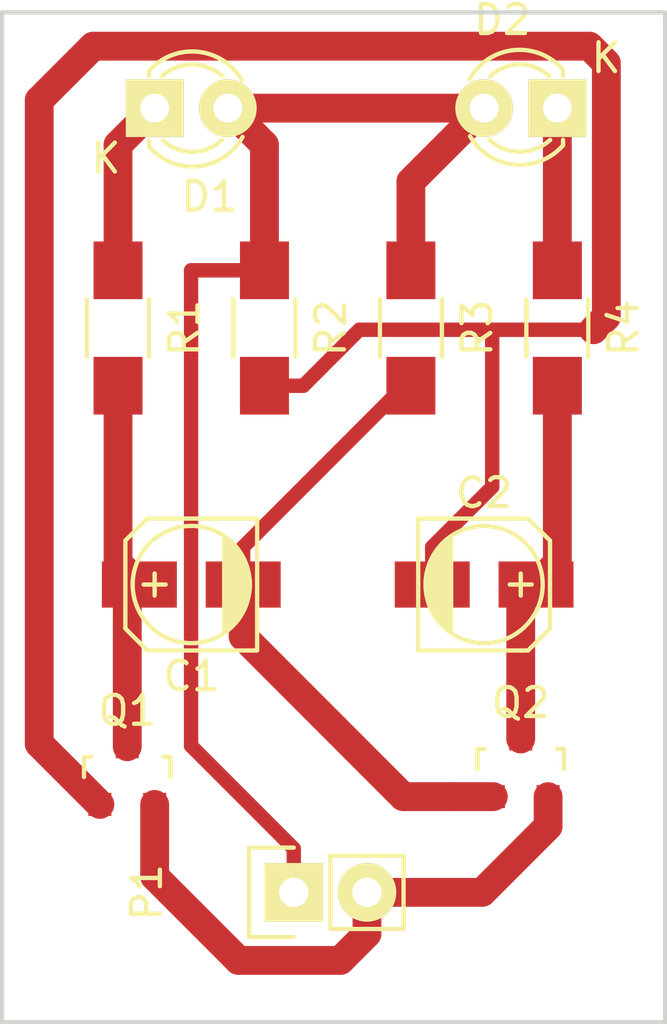
<source format=kicad_pcb>
(kicad_pcb (version 20160815) (host pcbnew 201609271021+7251~55~ubuntu16.04.1-)

  (general
    (links 16)
    (no_connects 0)
    (area 28.924999 16.924999 52.075001 52.075001)
    (thickness 1.6)
    (drawings 4)
    (tracks 50)
    (zones 0)
    (modules 11)
    (nets 9)
  )

  (page A4)
  (layers
    (0 F.Cu signal)
    (31 B.Cu signal)
    (32 B.Adhes user)
    (33 F.Adhes user)
    (34 B.Paste user)
    (35 F.Paste user)
    (36 B.SilkS user)
    (37 F.SilkS user hide)
    (38 B.Mask user hide)
    (39 F.Mask user hide)
    (40 Dwgs.User user)
    (41 Cmts.User user)
    (42 Eco1.User user)
    (43 Eco2.User user)
    (44 Edge.Cuts user)
    (45 Margin user)
    (46 B.CrtYd user)
    (47 F.CrtYd user)
    (48 B.Fab user)
    (49 F.Fab user)
  )

  (setup
    (last_trace_width 0.25)
    (user_trace_width 0.5)
    (user_trace_width 1)
    (trace_clearance 0.2)
    (zone_clearance 0.508)
    (zone_45_only no)
    (trace_min 0.2)
    (segment_width 0.2)
    (edge_width 0.15)
    (via_size 0.6)
    (via_drill 0.4)
    (via_min_size 0.4)
    (via_min_drill 0.3)
    (uvia_size 0.3)
    (uvia_drill 0.1)
    (uvias_allowed no)
    (uvia_min_size 0.2)
    (uvia_min_drill 0.1)
    (pcb_text_width 0.3)
    (pcb_text_size 1.5 1.5)
    (mod_edge_width 0.15)
    (mod_text_size 1 1)
    (mod_text_width 0.15)
    (pad_size 2 2)
    (pad_drill 0)
    (pad_to_mask_clearance 0.2)
    (aux_axis_origin 0 0)
    (grid_origin 28 53)
    (visible_elements FFFFFFFF)
    (pcbplotparams
      (layerselection 0x00030_ffffffff)
      (usegerberextensions false)
      (excludeedgelayer true)
      (linewidth 0.100000)
      (plotframeref false)
      (viasonmask false)
      (mode 1)
      (useauxorigin true)
      (hpglpennumber 1)
      (hpglpenspeed 20)
      (hpglpendiameter 15)
      (psnegative false)
      (psa4output false)
      (plotreference true)
      (plotvalue true)
      (plotinvisibletext false)
      (padsonsilk false)
      (subtractmaskfromsilk false)
      (outputformat 1)
      (mirror false)
      (drillshape 0)
      (scaleselection 1)
      (outputdirectory gerber/))
  )

  (net 0 "")
  (net 1 "Net-(C2-Pad2)")
  (net 2 GND)
  (net 3 "Net-(C1-Pad1)")
  (net 4 "Net-(C1-Pad2)")
  (net 5 "Net-(C2-Pad1)")
  (net 6 "Net-(D1-Pad1)")
  (net 7 PWR)
  (net 8 "Net-(D2-Pad1)")

  (net_class Default "This is the default net class."
    (clearance 0.2)
    (trace_width 0.25)
    (via_dia 0.6)
    (via_drill 0.4)
    (uvia_dia 0.3)
    (uvia_drill 0.1)
    (diff_pair_gap 0.25)
    (diff_pair_width 0.2)
    (add_net GND)
    (add_net "Net-(C1-Pad1)")
    (add_net "Net-(C1-Pad2)")
    (add_net "Net-(C2-Pad1)")
    (add_net "Net-(C2-Pad2)")
    (add_net "Net-(D1-Pad1)")
    (add_net "Net-(D2-Pad1)")
    (add_net PWR)
  )

  (module Capacitors_SMD:c_elec_4x4.5 (layer F.Cu) (tedit 57EB4FF5) (tstamp 57E7EBD4)
    (at 35.56 36.83 180)
    (descr "SMT capacitor, aluminium electrolytic, 4x4.5")
    (path /57E7E991)
    (attr smd)
    (fp_text reference C1 (at 0 -3.175 180) (layer F.SilkS)
      (effects (font (size 1 1) (thickness 0.15)))
    )
    (fp_text value 10u (at 0 1.83 180) (layer F.Fab)
      (effects (font (size 1 1) (thickness 0.15)))
    )
    (fp_line (start -3.35 2.65) (end 3.35 2.65) (layer F.CrtYd) (width 0.05))
    (fp_line (start 3.35 -2.65) (end -3.35 -2.65) (layer F.CrtYd) (width 0.05))
    (fp_line (start -3.35 -2.65) (end -3.35 2.65) (layer F.CrtYd) (width 0.05))
    (fp_line (start 3.35 2.65) (end 3.35 -2.65) (layer F.CrtYd) (width 0.05))
    (fp_line (start 1.651 0) (end 0.889 0) (layer F.SilkS) (width 0.15))
    (fp_line (start 1.27 -0.381) (end 1.27 0.381) (layer F.SilkS) (width 0.15))
    (fp_line (start 1.524 2.286) (end -2.286 2.286) (layer F.SilkS) (width 0.15))
    (fp_line (start 2.286 -1.524) (end 2.286 1.524) (layer F.SilkS) (width 0.15))
    (fp_line (start 1.524 2.286) (end 2.286 1.524) (layer F.SilkS) (width 0.15))
    (fp_line (start 1.524 -2.286) (end -2.286 -2.286) (layer F.SilkS) (width 0.15))
    (fp_line (start 1.524 -2.286) (end 2.286 -1.524) (layer F.SilkS) (width 0.15))
    (fp_line (start -2.032 0.127) (end -2.032 -0.127) (layer F.SilkS) (width 0.15))
    (fp_line (start -1.905 -0.635) (end -1.905 0.635) (layer F.SilkS) (width 0.15))
    (fp_line (start -1.778 0.889) (end -1.778 -0.889) (layer F.SilkS) (width 0.15))
    (fp_line (start -1.651 1.143) (end -1.651 -1.143) (layer F.SilkS) (width 0.15))
    (fp_line (start -1.524 -1.27) (end -1.524 1.27) (layer F.SilkS) (width 0.15))
    (fp_line (start -1.397 1.397) (end -1.397 -1.397) (layer F.SilkS) (width 0.15))
    (fp_line (start -1.27 -1.524) (end -1.27 1.524) (layer F.SilkS) (width 0.15))
    (fp_line (start -1.143 -1.651) (end -1.143 1.651) (layer F.SilkS) (width 0.15))
    (fp_line (start -2.286 -2.286) (end -2.286 2.286) (layer F.SilkS) (width 0.15))
    (fp_circle (center 0 0) (end -2.032 0) (layer F.SilkS) (width 0.15))
    (pad 1 smd rect (at 1.80086 0 180) (size 2.60096 1.6002) (layers F.Cu F.Paste F.Mask)
      (net 3 "Net-(C1-Pad1)"))
    (pad 2 smd rect (at -1.80086 0 180) (size 2.60096 1.6002) (layers F.Cu F.Paste F.Mask)
      (net 4 "Net-(C1-Pad2)"))
    (model Capacitors_SMD.3dshapes/c_elec_4x4.5.wrl
      (at (xyz 0 0 0))
      (scale (xyz 1 1 1))
      (rotate (xyz 0 0 0))
    )
  )

  (module Capacitors_SMD:c_elec_4x4.5 (layer F.Cu) (tedit 57EB4FF5) (tstamp 57E7EBDA)
    (at 45.72 36.83)
    (descr "SMT capacitor, aluminium electrolytic, 4x4.5")
    (path /57E7EA3F)
    (attr smd)
    (fp_text reference C2 (at 0 -3.175) (layer F.SilkS)
      (effects (font (size 1 1) (thickness 0.15)))
    )
    (fp_text value 10u (at 0 -1.83) (layer F.Fab)
      (effects (font (size 1 1) (thickness 0.15)))
    )
    (fp_line (start -3.35 2.65) (end 3.35 2.65) (layer F.CrtYd) (width 0.05))
    (fp_line (start 3.35 -2.65) (end -3.35 -2.65) (layer F.CrtYd) (width 0.05))
    (fp_line (start -3.35 -2.65) (end -3.35 2.65) (layer F.CrtYd) (width 0.05))
    (fp_line (start 3.35 2.65) (end 3.35 -2.65) (layer F.CrtYd) (width 0.05))
    (fp_line (start 1.651 0) (end 0.889 0) (layer F.SilkS) (width 0.15))
    (fp_line (start 1.27 -0.381) (end 1.27 0.381) (layer F.SilkS) (width 0.15))
    (fp_line (start 1.524 2.286) (end -2.286 2.286) (layer F.SilkS) (width 0.15))
    (fp_line (start 2.286 -1.524) (end 2.286 1.524) (layer F.SilkS) (width 0.15))
    (fp_line (start 1.524 2.286) (end 2.286 1.524) (layer F.SilkS) (width 0.15))
    (fp_line (start 1.524 -2.286) (end -2.286 -2.286) (layer F.SilkS) (width 0.15))
    (fp_line (start 1.524 -2.286) (end 2.286 -1.524) (layer F.SilkS) (width 0.15))
    (fp_line (start -2.032 0.127) (end -2.032 -0.127) (layer F.SilkS) (width 0.15))
    (fp_line (start -1.905 -0.635) (end -1.905 0.635) (layer F.SilkS) (width 0.15))
    (fp_line (start -1.778 0.889) (end -1.778 -0.889) (layer F.SilkS) (width 0.15))
    (fp_line (start -1.651 1.143) (end -1.651 -1.143) (layer F.SilkS) (width 0.15))
    (fp_line (start -1.524 -1.27) (end -1.524 1.27) (layer F.SilkS) (width 0.15))
    (fp_line (start -1.397 1.397) (end -1.397 -1.397) (layer F.SilkS) (width 0.15))
    (fp_line (start -1.27 -1.524) (end -1.27 1.524) (layer F.SilkS) (width 0.15))
    (fp_line (start -1.143 -1.651) (end -1.143 1.651) (layer F.SilkS) (width 0.15))
    (fp_line (start -2.286 -2.286) (end -2.286 2.286) (layer F.SilkS) (width 0.15))
    (fp_circle (center 0 0) (end -2.032 0) (layer F.SilkS) (width 0.15))
    (pad 1 smd rect (at 1.80086 0) (size 2.60096 1.6002) (layers F.Cu F.Paste F.Mask)
      (net 5 "Net-(C2-Pad1)"))
    (pad 2 smd rect (at -1.80086 0) (size 2.60096 1.6002) (layers F.Cu F.Paste F.Mask)
      (net 1 "Net-(C2-Pad2)"))
    (model Capacitors_SMD.3dshapes/c_elec_4x4.5.wrl
      (at (xyz 0 0 0))
      (scale (xyz 1 1 1))
      (rotate (xyz 0 0 0))
    )
  )

  (module LEDs:LED-3MM (layer F.Cu) (tedit 57EB4FF5) (tstamp 57E7EBE0)
    (at 34.29 20.32)
    (descr "LED 3mm round vertical")
    (tags "LED  3mm round vertical")
    (path /57E7E868)
    (fp_text reference D1 (at 1.91 3.06) (layer F.SilkS)
      (effects (font (size 1 1) (thickness 0.15)))
    )
    (fp_text value LED (at 1.3 -2.9) (layer F.Fab)
      (effects (font (size 1 1) (thickness 0.15)))
    )
    (fp_line (start -1.2 2.3) (end 3.8 2.3) (layer F.CrtYd) (width 0.05))
    (fp_line (start 3.8 2.3) (end 3.8 -2.2) (layer F.CrtYd) (width 0.05))
    (fp_line (start 3.8 -2.2) (end -1.2 -2.2) (layer F.CrtYd) (width 0.05))
    (fp_line (start -1.2 -2.2) (end -1.2 2.3) (layer F.CrtYd) (width 0.05))
    (fp_line (start -0.199 1.314) (end -0.199 1.114) (layer F.SilkS) (width 0.15))
    (fp_line (start -0.199 -1.28) (end -0.199 -1.1) (layer F.SilkS) (width 0.15))
    (fp_arc (start 1.301 0.034) (end -0.199 -1.286) (angle 108.5) (layer F.SilkS) (width 0.15))
    (fp_arc (start 1.301 0.034) (end 0.25 -1.1) (angle 85.7) (layer F.SilkS) (width 0.15))
    (fp_arc (start 1.311 0.034) (end 3.051 0.994) (angle 110) (layer F.SilkS) (width 0.15))
    (fp_arc (start 1.301 0.034) (end 2.335 1.094) (angle 87.5) (layer F.SilkS) (width 0.15))
    (fp_text user K (at -1.69 1.74) (layer F.SilkS)
      (effects (font (size 1 1) (thickness 0.15)))
    )
    (pad 1 thru_hole rect (at 0 0 90) (size 2 2) (drill 1.00076) (layers *.Cu *.Mask F.SilkS)
      (net 6 "Net-(D1-Pad1)"))
    (pad 2 thru_hole circle (at 2.54 0) (size 2 2) (drill 1.00076) (layers *.Cu *.Mask F.SilkS)
      (net 7 PWR))
    (model LEDs.3dshapes/LED-3MM.wrl
      (at (xyz 0.05 0 0))
      (scale (xyz 1 1 1))
      (rotate (xyz 0 0 90))
    )
  )

  (module LEDs:LED-3MM (layer F.Cu) (tedit 57EB4FF5) (tstamp 57E7EBE6)
    (at 48.26 20.32 180)
    (descr "LED 3mm round vertical")
    (tags "LED  3mm round vertical")
    (path /57E7E951)
    (fp_text reference D2 (at 1.91 3.06 180) (layer F.SilkS)
      (effects (font (size 1 1) (thickness 0.15)))
    )
    (fp_text value LED (at 1.3 -2.9 180) (layer F.Fab)
      (effects (font (size 1 1) (thickness 0.15)))
    )
    (fp_line (start -1.2 2.3) (end 3.8 2.3) (layer F.CrtYd) (width 0.05))
    (fp_line (start 3.8 2.3) (end 3.8 -2.2) (layer F.CrtYd) (width 0.05))
    (fp_line (start 3.8 -2.2) (end -1.2 -2.2) (layer F.CrtYd) (width 0.05))
    (fp_line (start -1.2 -2.2) (end -1.2 2.3) (layer F.CrtYd) (width 0.05))
    (fp_line (start -0.199 1.314) (end -0.199 1.114) (layer F.SilkS) (width 0.15))
    (fp_line (start -0.199 -1.28) (end -0.199 -1.1) (layer F.SilkS) (width 0.15))
    (fp_arc (start 1.301 0.034) (end -0.199 -1.286) (angle 108.5) (layer F.SilkS) (width 0.15))
    (fp_arc (start 1.301 0.034) (end 0.25 -1.1) (angle 85.7) (layer F.SilkS) (width 0.15))
    (fp_arc (start 1.311 0.034) (end 3.051 0.994) (angle 110) (layer F.SilkS) (width 0.15))
    (fp_arc (start 1.301 0.034) (end 2.335 1.094) (angle 87.5) (layer F.SilkS) (width 0.15))
    (fp_text user K (at -1.69 1.74 180) (layer F.SilkS)
      (effects (font (size 1 1) (thickness 0.15)))
    )
    (pad 1 thru_hole rect (at 0 0 270) (size 2 2) (drill 1.00076) (layers *.Cu *.Mask F.SilkS)
      (net 8 "Net-(D2-Pad1)"))
    (pad 2 thru_hole circle (at 2.54 0 180) (size 2 2) (drill 1.00076) (layers *.Cu *.Mask F.SilkS)
      (net 7 PWR))
    (model LEDs.3dshapes/LED-3MM.wrl
      (at (xyz 0.05 0 0))
      (scale (xyz 1 1 1))
      (rotate (xyz 0 0 90))
    )
  )

  (module Pin_Headers:Pin_Header_Straight_1x02 (layer F.Cu) (tedit 57EB4FF5) (tstamp 57E7EBEC)
    (at 39.116 47.498 90)
    (descr "Through hole pin header")
    (tags "pin header")
    (path /57E7FB67)
    (fp_text reference P1 (at 0 -5.1 90) (layer F.SilkS)
      (effects (font (size 1 1) (thickness 0.15)))
    )
    (fp_text value POWER (at 0 -3.1 90) (layer F.Fab)
      (effects (font (size 1 1) (thickness 0.15)))
    )
    (fp_line (start 1.27 1.27) (end 1.27 3.81) (layer F.SilkS) (width 0.15))
    (fp_line (start 1.55 -1.55) (end 1.55 0) (layer F.SilkS) (width 0.15))
    (fp_line (start -1.75 -1.75) (end -1.75 4.3) (layer F.CrtYd) (width 0.05))
    (fp_line (start 1.75 -1.75) (end 1.75 4.3) (layer F.CrtYd) (width 0.05))
    (fp_line (start -1.75 -1.75) (end 1.75 -1.75) (layer F.CrtYd) (width 0.05))
    (fp_line (start -1.75 4.3) (end 1.75 4.3) (layer F.CrtYd) (width 0.05))
    (fp_line (start 1.27 1.27) (end -1.27 1.27) (layer F.SilkS) (width 0.15))
    (fp_line (start -1.55 0) (end -1.55 -1.55) (layer F.SilkS) (width 0.15))
    (fp_line (start -1.55 -1.55) (end 1.55 -1.55) (layer F.SilkS) (width 0.15))
    (fp_line (start -1.27 1.27) (end -1.27 3.81) (layer F.SilkS) (width 0.15))
    (fp_line (start -1.27 3.81) (end 1.27 3.81) (layer F.SilkS) (width 0.15))
    (pad 1 thru_hole rect (at 0 0 90) (size 2.032 2.032) (drill 1.016) (layers *.Cu *.Mask F.SilkS)
      (net 7 PWR))
    (pad 2 thru_hole oval (at 0 2.54 90) (size 2.032 2.032) (drill 1.016) (layers *.Cu *.Mask F.SilkS)
      (net 2 GND))
    (model Pin_Headers.3dshapes/Pin_Header_Straight_1x02.wrl
      (at (xyz 0 -0.05 0))
      (scale (xyz 1 1 1))
      (rotate (xyz 0 0 90))
    )
  )

  (module Resistors_SMD:R_1206_HandSoldering (layer F.Cu) (tedit 57EB4FF5) (tstamp 57E7EBF2)
    (at 33.02 27.94 270)
    (descr "Resistor SMD 1206, hand soldering")
    (tags "resistor 1206")
    (path /57E7E6F3)
    (attr smd)
    (fp_text reference R1 (at 0 -2.3 270) (layer F.SilkS)
      (effects (font (size 1 1) (thickness 0.15)))
    )
    (fp_text value 470 (at 0 0.02 270) (layer F.Fab)
      (effects (font (size 1 1) (thickness 0.15)))
    )
    (fp_line (start -3.3 -1.2) (end 3.3 -1.2) (layer F.CrtYd) (width 0.05))
    (fp_line (start -3.3 1.2) (end 3.3 1.2) (layer F.CrtYd) (width 0.05))
    (fp_line (start -3.3 -1.2) (end -3.3 1.2) (layer F.CrtYd) (width 0.05))
    (fp_line (start 3.3 -1.2) (end 3.3 1.2) (layer F.CrtYd) (width 0.05))
    (fp_line (start 1 1.075) (end -1 1.075) (layer F.SilkS) (width 0.15))
    (fp_line (start -1 -1.075) (end 1 -1.075) (layer F.SilkS) (width 0.15))
    (pad 1 smd rect (at -2 0 270) (size 2 1.7) (layers F.Cu F.Paste F.Mask)
      (net 6 "Net-(D1-Pad1)"))
    (pad 2 smd rect (at 2 0 270) (size 2 1.7) (layers F.Cu F.Paste F.Mask)
      (net 3 "Net-(C1-Pad1)"))
    (model Resistors_SMD.3dshapes/R_1206_HandSoldering.wrl
      (at (xyz 0 0 0))
      (scale (xyz 1 1 1))
      (rotate (xyz 0 0 0))
    )
  )

  (module Resistors_SMD:R_1206_HandSoldering (layer F.Cu) (tedit 57EB4FF5) (tstamp 57E7EBF8)
    (at 38.1 27.94 270)
    (descr "Resistor SMD 1206, hand soldering")
    (tags "resistor 1206")
    (path /57E7E7D8)
    (attr smd)
    (fp_text reference R2 (at 0 -2.3 270) (layer F.SilkS)
      (effects (font (size 1 1) (thickness 0.15)))
    )
    (fp_text value 39K (at 0.06 0.1 270) (layer F.Fab)
      (effects (font (size 1 1) (thickness 0.15)))
    )
    (fp_line (start -3.3 -1.2) (end 3.3 -1.2) (layer F.CrtYd) (width 0.05))
    (fp_line (start -3.3 1.2) (end 3.3 1.2) (layer F.CrtYd) (width 0.05))
    (fp_line (start -3.3 -1.2) (end -3.3 1.2) (layer F.CrtYd) (width 0.05))
    (fp_line (start 3.3 -1.2) (end 3.3 1.2) (layer F.CrtYd) (width 0.05))
    (fp_line (start 1 1.075) (end -1 1.075) (layer F.SilkS) (width 0.15))
    (fp_line (start -1 -1.075) (end 1 -1.075) (layer F.SilkS) (width 0.15))
    (pad 1 smd rect (at -2 0 270) (size 2 1.7) (layers F.Cu F.Paste F.Mask)
      (net 7 PWR))
    (pad 2 smd rect (at 2 0 270) (size 2 1.7) (layers F.Cu F.Paste F.Mask)
      (net 1 "Net-(C2-Pad2)"))
    (model Resistors_SMD.3dshapes/R_1206_HandSoldering.wrl
      (at (xyz 0 0 0))
      (scale (xyz 1 1 1))
      (rotate (xyz 0 0 0))
    )
  )

  (module Resistors_SMD:R_1206_HandSoldering (layer F.Cu) (tedit 57EB4FF5) (tstamp 57E7EBFE)
    (at 43.18 27.94 270)
    (descr "Resistor SMD 1206, hand soldering")
    (tags "resistor 1206")
    (path /57E7E806)
    (attr smd)
    (fp_text reference R3 (at 0 -2.3 270) (layer F.SilkS)
      (effects (font (size 1 1) (thickness 0.15)))
    )
    (fp_text value 39K (at 0.06 0.18 270) (layer F.Fab)
      (effects (font (size 1 1) (thickness 0.15)))
    )
    (fp_line (start -3.3 -1.2) (end 3.3 -1.2) (layer F.CrtYd) (width 0.05))
    (fp_line (start -3.3 1.2) (end 3.3 1.2) (layer F.CrtYd) (width 0.05))
    (fp_line (start -3.3 -1.2) (end -3.3 1.2) (layer F.CrtYd) (width 0.05))
    (fp_line (start 3.3 -1.2) (end 3.3 1.2) (layer F.CrtYd) (width 0.05))
    (fp_line (start 1 1.075) (end -1 1.075) (layer F.SilkS) (width 0.15))
    (fp_line (start -1 -1.075) (end 1 -1.075) (layer F.SilkS) (width 0.15))
    (pad 1 smd rect (at -2 0 270) (size 2 1.7) (layers F.Cu F.Paste F.Mask)
      (net 7 PWR))
    (pad 2 smd rect (at 2 0 270) (size 2 1.7) (layers F.Cu F.Paste F.Mask)
      (net 4 "Net-(C1-Pad2)"))
    (model Resistors_SMD.3dshapes/R_1206_HandSoldering.wrl
      (at (xyz 0 0 0))
      (scale (xyz 1 1 1))
      (rotate (xyz 0 0 0))
    )
  )

  (module Resistors_SMD:R_1206_HandSoldering (layer F.Cu) (tedit 57EB4FF5) (tstamp 57E7EC04)
    (at 48.26 27.94 270)
    (descr "Resistor SMD 1206, hand soldering")
    (tags "resistor 1206")
    (path /57E7E83E)
    (attr smd)
    (fp_text reference R4 (at 0 -2.3 270) (layer F.SilkS)
      (effects (font (size 1 1) (thickness 0.15)))
    )
    (fp_text value 470 (at 0 0.26 270) (layer F.Fab)
      (effects (font (size 1 1) (thickness 0.15)))
    )
    (fp_line (start -3.3 -1.2) (end 3.3 -1.2) (layer F.CrtYd) (width 0.05))
    (fp_line (start -3.3 1.2) (end 3.3 1.2) (layer F.CrtYd) (width 0.05))
    (fp_line (start -3.3 -1.2) (end -3.3 1.2) (layer F.CrtYd) (width 0.05))
    (fp_line (start 3.3 -1.2) (end 3.3 1.2) (layer F.CrtYd) (width 0.05))
    (fp_line (start 1 1.075) (end -1 1.075) (layer F.SilkS) (width 0.15))
    (fp_line (start -1 -1.075) (end 1 -1.075) (layer F.SilkS) (width 0.15))
    (pad 1 smd rect (at -2 0 270) (size 2 1.7) (layers F.Cu F.Paste F.Mask)
      (net 8 "Net-(D2-Pad1)"))
    (pad 2 smd rect (at 2 0 270) (size 2 1.7) (layers F.Cu F.Paste F.Mask)
      (net 5 "Net-(C2-Pad1)"))
    (model Resistors_SMD.3dshapes/R_1206_HandSoldering.wrl
      (at (xyz 0 0 0))
      (scale (xyz 1 1 1))
      (rotate (xyz 0 0 0))
    )
  )

  (module TO_SOT_Packages_SMD:SOT-23 (layer F.Cu) (tedit 57EBAEE8) (tstamp 57E7EC41)
    (at 33.34 43.44924)
    (descr "SOT-23, Standard")
    (tags SOT-23)
    (path /57E7EA91)
    (attr smd)
    (fp_text reference Q1 (at 0 -2.25) (layer F.SilkS)
      (effects (font (size 1 1) (thickness 0.15)))
    )
    (fp_text value MMBT3904 (at -0.34 -2.44924) (layer F.Fab)
      (effects (font (size 1 1) (thickness 0.15)))
    )
    (fp_line (start -1.65 -1.6) (end 1.65 -1.6) (layer F.CrtYd) (width 0.05))
    (fp_line (start 1.65 -1.6) (end 1.65 1.6) (layer F.CrtYd) (width 0.05))
    (fp_line (start 1.65 1.6) (end -1.65 1.6) (layer F.CrtYd) (width 0.05))
    (fp_line (start -1.65 1.6) (end -1.65 -1.6) (layer F.CrtYd) (width 0.05))
    (fp_line (start 1.29916 -0.65024) (end 1.2509 -0.65024) (layer F.SilkS) (width 0.15))
    (fp_line (start -1.49982 0.0508) (end -1.49982 -0.65024) (layer F.SilkS) (width 0.15))
    (fp_line (start -1.49982 -0.65024) (end -1.2509 -0.65024) (layer F.SilkS) (width 0.15))
    (fp_line (start 1.29916 -0.65024) (end 1.49982 -0.65024) (layer F.SilkS) (width 0.15))
    (fp_line (start 1.49982 -0.65024) (end 1.49982 0.0508) (layer F.SilkS) (width 0.15))
    (pad 1 smd rect (at -0.95 1.00076) (size 0.8001 0.8001) (layers F.Cu F.Paste F.Mask)
      (net 1 "Net-(C2-Pad2)"))
    (pad 2 smd rect (at 0.95 1.00076) (size 0.8001 0.8001) (layers F.Cu F.Paste F.Mask)
      (net 2 GND))
    (pad 3 smd rect (at 0 -0.99822) (size 0.8001 0.8001) (layers F.Cu F.Paste F.Mask)
      (net 3 "Net-(C1-Pad1)"))
    (model TO_SOT_Packages_SMD.3dshapes/SOT-23.wrl
      (at (xyz 0 0 0))
      (scale (xyz 1 1 1))
      (rotate (xyz 0 0 0))
    )
  )

  (module TO_SOT_Packages_SMD:SOT-23 (layer F.Cu) (tedit 57EB4FF5) (tstamp 57E7EC47)
    (at 46.99 43.18)
    (descr "SOT-23, Standard")
    (tags SOT-23)
    (path /57E7EADD)
    (attr smd)
    (fp_text reference Q2 (at 0 -2.25) (layer F.SilkS)
      (effects (font (size 1 1) (thickness 0.15)))
    )
    (fp_text value MMBT3904 (at 0.01 -2.18) (layer F.Fab)
      (effects (font (size 1 1) (thickness 0.15)))
    )
    (fp_line (start -1.65 -1.6) (end 1.65 -1.6) (layer F.CrtYd) (width 0.05))
    (fp_line (start 1.65 -1.6) (end 1.65 1.6) (layer F.CrtYd) (width 0.05))
    (fp_line (start 1.65 1.6) (end -1.65 1.6) (layer F.CrtYd) (width 0.05))
    (fp_line (start -1.65 1.6) (end -1.65 -1.6) (layer F.CrtYd) (width 0.05))
    (fp_line (start 1.29916 -0.65024) (end 1.2509 -0.65024) (layer F.SilkS) (width 0.15))
    (fp_line (start -1.49982 0.0508) (end -1.49982 -0.65024) (layer F.SilkS) (width 0.15))
    (fp_line (start -1.49982 -0.65024) (end -1.2509 -0.65024) (layer F.SilkS) (width 0.15))
    (fp_line (start 1.29916 -0.65024) (end 1.49982 -0.65024) (layer F.SilkS) (width 0.15))
    (fp_line (start 1.49982 -0.65024) (end 1.49982 0.0508) (layer F.SilkS) (width 0.15))
    (pad 1 smd rect (at -0.95 1.00076) (size 0.8001 0.8001) (layers F.Cu F.Paste F.Mask)
      (net 4 "Net-(C1-Pad2)"))
    (pad 2 smd rect (at 0.95 1.00076) (size 0.8001 0.8001) (layers F.Cu F.Paste F.Mask)
      (net 2 GND))
    (pad 3 smd rect (at 0 -0.99822) (size 0.8001 0.8001) (layers F.Cu F.Paste F.Mask)
      (net 5 "Net-(C2-Pad1)"))
    (model TO_SOT_Packages_SMD.3dshapes/SOT-23.wrl
      (at (xyz 0 0 0))
      (scale (xyz 1 1 1))
      (rotate (xyz 0 0 0))
    )
  )

  (gr_line (start 29 52) (end 29 17) (layer Edge.Cuts) (width 0.15))
  (gr_line (start 52 52) (end 29 52) (layer Edge.Cuts) (width 0.15))
  (gr_line (start 52 17) (end 52 52) (layer Edge.Cuts) (width 0.15))
  (gr_line (start 29 17) (end 52 17) (layer Edge.Cuts) (width 0.15))

  (segment (start 32.39 44.45) (end 30.286845 42.346845) (width 1) (layer F.Cu) (net 1))
  (segment (start 30.286845 42.346845) (end 30.286845 20.042206) (width 1) (layer F.Cu) (net 1))
  (segment (start 30.286845 20.042206) (end 32.156611 18.17244) (width 1) (layer F.Cu) (net 1))
  (segment (start 32.156611 18.17244) (end 49.372442 18.17244) (width 1) (layer F.Cu) (net 1))
  (segment (start 49.372442 18.17244) (end 49.960001 18.759999) (width 1) (layer F.Cu) (net 1))
  (segment (start 49.960001 18.759999) (end 49.960001 27.553934) (width 1) (layer F.Cu) (net 1))
  (segment (start 49.960001 27.553934) (end 49.513935 28) (width 1) (layer F.Cu) (net 1))
  (segment (start 49.513935 28) (end 46 28) (width 0.5) (layer F.Cu) (net 1))
  (segment (start 46 28) (end 41.39 28) (width 0.5) (layer F.Cu) (net 1))
  (segment (start 46 33.44904) (end 46 28) (width 0.5) (layer F.Cu) (net 1))
  (segment (start 43.91914 36.83) (end 43.91914 35.5299) (width 0.5) (layer F.Cu) (net 1))
  (segment (start 43.91914 35.5299) (end 46 33.44904) (width 0.5) (layer F.Cu) (net 1))
  (segment (start 41.39 28) (end 39.45 29.94) (width 0.5) (layer F.Cu) (net 1))
  (segment (start 39.45 29.94) (end 38.1 29.94) (width 0.5) (layer F.Cu) (net 1))
  (segment (start 43.91914 36.83) (end 44.41952 36.83) (width 0.5) (layer F.Cu) (net 1))
  (segment (start 41.656 47.498) (end 45.651098 47.498) (width 1) (layer F.Cu) (net 2))
  (segment (start 45.651098 47.498) (end 47.94 45.209098) (width 1) (layer F.Cu) (net 2))
  (segment (start 47.94 45.209098) (end 47.94 44.18076) (width 1) (layer F.Cu) (net 2))
  (segment (start 34.29 44.45) (end 34.29 46.945637) (width 1) (layer F.Cu) (net 2))
  (segment (start 34.29 46.945637) (end 37.201345 49.856982) (width 1) (layer F.Cu) (net 2))
  (segment (start 37.201345 49.856982) (end 40.733858 49.856982) (width 1) (layer F.Cu) (net 2))
  (segment (start 40.733858 49.856982) (end 41.656 48.93484) (width 1) (layer F.Cu) (net 2))
  (segment (start 41.656 48.93484) (end 41.656 47.498) (width 1) (layer F.Cu) (net 2))
  (segment (start 33.34 42.45102) (end 33.34 37.24914) (width 1) (layer F.Cu) (net 3))
  (segment (start 33.34 37.24914) (end 33.75914 36.83) (width 1) (layer F.Cu) (net 3))
  (segment (start 33.02 29.94) (end 33.02 36.09086) (width 1) (layer F.Cu) (net 3))
  (segment (start 33.02 36.09086) (end 33.75914 36.83) (width 1) (layer F.Cu) (net 3))
  (segment (start 42.95076 29.94) (end 43.18 29.94) (width 0.5) (layer F.Cu) (net 4))
  (segment (start 37.36086 36.83) (end 37.36086 35.5299) (width 0.5) (layer F.Cu) (net 4))
  (segment (start 37.36086 35.5299) (end 42.95076 29.94) (width 0.5) (layer F.Cu) (net 4))
  (segment (start 37.36086 36.83) (end 37.36086 38.6301) (width 1) (layer F.Cu) (net 4))
  (segment (start 37.36086 38.6301) (end 42.91152 44.18076) (width 1) (layer F.Cu) (net 4))
  (segment (start 42.91152 44.18076) (end 44.63995 44.18076) (width 1) (layer F.Cu) (net 4))
  (segment (start 44.63995 44.18076) (end 46.04 44.18076) (width 1) (layer F.Cu) (net 4))
  (segment (start 46.99 42.18178) (end 46.99 37.36086) (width 1) (layer F.Cu) (net 5))
  (segment (start 46.99 37.36086) (end 47.52086 36.83) (width 1) (layer F.Cu) (net 5))
  (segment (start 48.26 29.94) (end 48.26 36.09086) (width 1) (layer F.Cu) (net 5))
  (segment (start 48.26 36.09086) (end 47.52086 36.83) (width 1) (layer F.Cu) (net 5))
  (segment (start 33.02 25.94) (end 33.02 21.59) (width 1) (layer F.Cu) (net 6))
  (segment (start 33.02 21.59) (end 34.29 20.32) (width 1) (layer F.Cu) (net 6))
  (segment (start 39.116 47.498) (end 39.116 45.982) (width 0.5) (layer F.Cu) (net 7))
  (segment (start 35.554649 42.420649) (end 35.554649 25.94) (width 0.5) (layer F.Cu) (net 7))
  (segment (start 39.116 45.982) (end 35.554649 42.420649) (width 0.5) (layer F.Cu) (net 7))
  (segment (start 35.554649 25.94) (end 38.1 25.94) (width 0.5) (layer F.Cu) (net 7))
  (segment (start 43.18 25.94) (end 43.18 22.86) (width 1) (layer F.Cu) (net 7))
  (segment (start 43.18 22.86) (end 45.72 20.32) (width 1) (layer F.Cu) (net 7))
  (segment (start 38.1 25.94) (end 38.1 21.59) (width 1) (layer F.Cu) (net 7))
  (segment (start 38.1 21.59) (end 36.83 20.32) (width 1) (layer F.Cu) (net 7))
  (segment (start 36.83 20.32) (end 45.72 20.32) (width 1) (layer F.Cu) (net 7))
  (segment (start 48.26 25.94) (end 48.26 20.32) (width 1) (layer F.Cu) (net 8))

)

</source>
